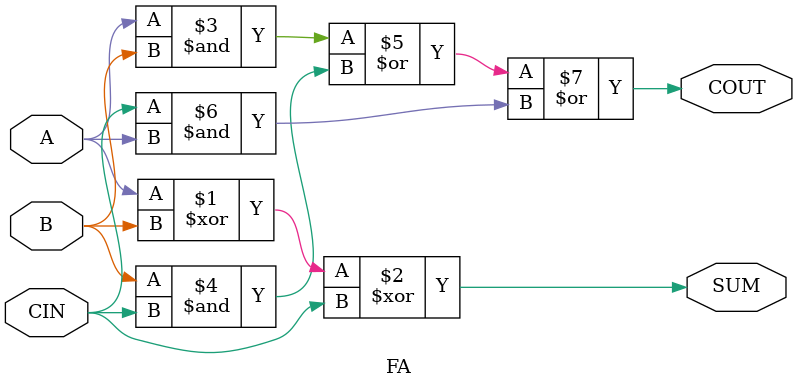
<source format=v>
module fulladder_rn(a0,a1,a2,a3, b0,b1,b2,b3, cin, s0, s1, s2, s3, cout);
input a0,a1,a2,a3, b0,b1,b2,b3, cin;
output s0, s1, s2, s3, cout;
wire c1, c2, c3;
FA f1(a0, b0, cin, s0, c1);
FA f2(a1, b1, c1, s1, c2);
FA f3(a2, b2, c2, s2, c3);
FA f4(a3, b3, c3, s3, cout);
endmodule

module FA(A,B, CIN, SUM, COUT);
input A,B,CIN;
output SUM, COUT;
assign SUM=A^B^CIN;
assign COUT= (A&B)|(B&CIN)|(CIN & A);
endmodule 
</source>
